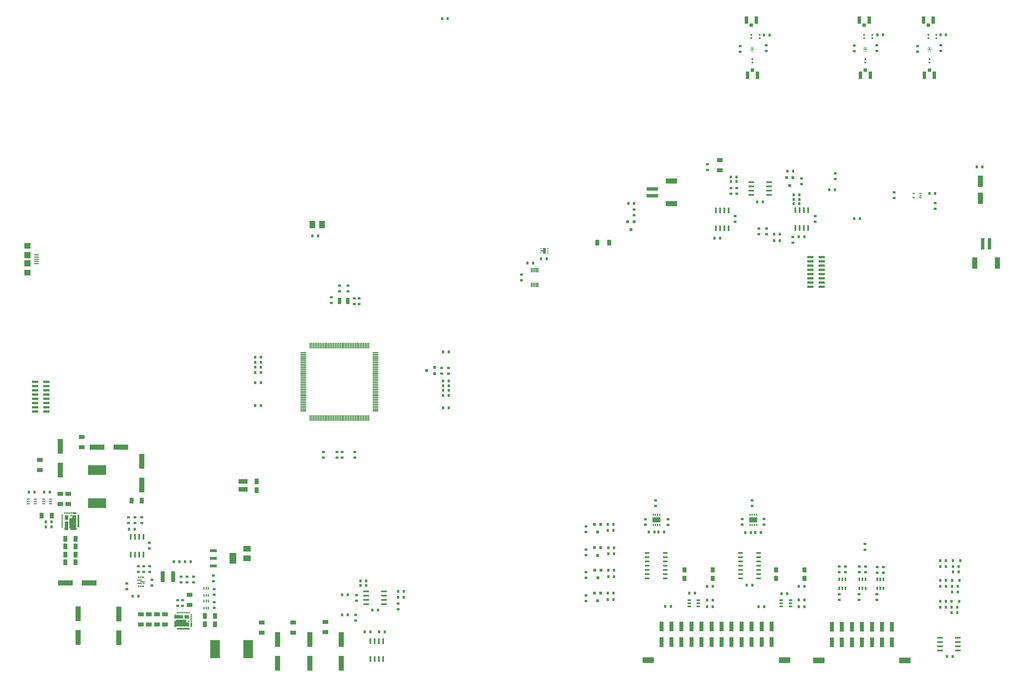
<source format=gtp>
G04*
G04 #@! TF.GenerationSoftware,Altium Limited,Altium Designer,22.8.2 (66)*
G04*
G04 Layer_Color=8421504*
%FSLAX23Y23*%
%MOIN*%
G70*
G04*
G04 #@! TF.SameCoordinates,DFBDAC77-D3CC-4506-9E17-829F2540CA52*
G04*
G04*
G04 #@! TF.FilePolarity,Positive*
G04*
G01*
G75*
%ADD21R,0.135X0.065*%
%ADD22R,0.050X0.115*%
%ADD23R,0.028X0.035*%
%ADD24R,0.041X0.087*%
%ADD25R,0.039X0.041*%
%ADD26R,0.024X0.020*%
%ADD27R,0.035X0.028*%
%ADD28R,0.019X0.006*%
%ADD29R,0.014X0.012*%
%ADD30R,0.006X0.013*%
%ADD31R,0.006X0.020*%
%ADD32R,0.059X0.138*%
%ADD33R,0.035X0.037*%
%ADD34R,0.065X0.024*%
%ADD35R,0.069X0.049*%
%ADD36R,0.024X0.065*%
%ADD37R,0.012X0.057*%
%ADD38R,0.094X0.063*%
%ADD39R,0.012X0.027*%
%ADD40R,0.041X0.024*%
%ADD41R,0.057X0.024*%
%ADD42R,0.024X0.041*%
%ADD43R,0.025X0.033*%
%ADD44R,0.037X0.035*%
%ADD45R,0.043X0.075*%
%ADD46R,0.089X0.071*%
%ADD47R,0.083X0.126*%
%ADD48R,0.083X0.035*%
%ADD49R,0.012X0.024*%
%ADD50R,0.024X0.012*%
%ADD51R,0.055X0.012*%
%ADD52R,0.047X0.130*%
%ADD53R,0.014X0.035*%
%ADD54R,0.049X0.069*%
%ADD55R,0.114X0.213*%
%ADD56R,0.059X0.177*%
%ADD57R,0.024X0.006*%
%ADD58R,0.104X0.044*%
%ADD59R,0.022X0.071*%
%ADD60R,0.120X0.080*%
%ADD61R,0.033X0.045*%
%ADD62R,0.150X0.024*%
%ADD63R,0.024X0.051*%
%ADD64R,0.056X0.044*%
%ADD65R,0.023X0.014*%
%ADD66R,0.071X0.089*%
%ADD67R,0.035X0.014*%
%ADD68R,0.177X0.059*%
%ADD69R,0.213X0.114*%
%ADD70R,0.006X0.024*%
%ADD71R,0.044X0.104*%
%ADD72R,0.071X0.022*%
%ADD73R,0.080X0.120*%
%ADD74R,0.045X0.033*%
%ADD75R,0.024X0.150*%
%ADD76R,0.051X0.024*%
%ADD77R,0.044X0.056*%
%ADD78R,0.014X0.023*%
%ADD79R,0.049X0.067*%
%ADD80R,0.053X0.016*%
%ADD81R,0.075X0.071*%
%ADD82R,0.075X0.075*%
%ADD83R,0.051X0.059*%
%ADD84R,0.028X0.016*%
%ADD85R,0.012X0.065*%
%ADD86R,0.065X0.012*%
%ADD87R,0.110X0.055*%
%ADD88R,0.049X0.071*%
%ADD89R,0.075X0.030*%
%ADD90R,0.059X0.134*%
%ADD91R,0.039X0.138*%
%ADD92R,0.134X0.059*%
%ADD93R,0.138X0.039*%
%ADD94R,0.035X0.066*%
%ADD95R,0.018X0.015*%
%ADD96R,0.035X0.015*%
D21*
X7374Y194D02*
D03*
X8980D02*
D03*
X10397Y191D02*
D03*
X9382D02*
D03*
D22*
X7528Y591D02*
D03*
X7646D02*
D03*
X7764D02*
D03*
X7882D02*
D03*
X8000D02*
D03*
X8118D02*
D03*
X8236D02*
D03*
X8354D02*
D03*
X8472D02*
D03*
X8591D02*
D03*
X8709D02*
D03*
X8827D02*
D03*
X7528Y409D02*
D03*
X7646D02*
D03*
X8236D02*
D03*
X8472D02*
D03*
X8591D02*
D03*
X8709D02*
D03*
X8827D02*
D03*
X8354D02*
D03*
X8118D02*
D03*
X8000D02*
D03*
X7882D02*
D03*
X7764D02*
D03*
X9535Y589D02*
D03*
X9654D02*
D03*
X9772D02*
D03*
X9890D02*
D03*
X10008D02*
D03*
X10126D02*
D03*
X10244D02*
D03*
X9535Y407D02*
D03*
X9654D02*
D03*
X9890D02*
D03*
X10008D02*
D03*
X10126D02*
D03*
X10244D02*
D03*
X9772D02*
D03*
D23*
X3482Y5195D02*
D03*
X3416D02*
D03*
X9867Y5400D02*
D03*
X9801D02*
D03*
X8347Y5890D02*
D03*
X8413D02*
D03*
X8413Y5835D02*
D03*
X8347D02*
D03*
X8723Y5595D02*
D03*
X8657D02*
D03*
X8923Y5140D02*
D03*
X8857D02*
D03*
X9153Y5680D02*
D03*
X9087D02*
D03*
X9087Y5576D02*
D03*
X9153D02*
D03*
X9153Y5627D02*
D03*
X9087D02*
D03*
X9147Y5185D02*
D03*
X9213D02*
D03*
X8218Y5170D02*
D03*
X8152D02*
D03*
X6015Y4875D02*
D03*
X5949D02*
D03*
X6111Y4925D02*
D03*
X6177D02*
D03*
X7492Y1705D02*
D03*
X7558D02*
D03*
X7445D02*
D03*
X7378D02*
D03*
X8067Y825D02*
D03*
X8133D02*
D03*
X8067Y902D02*
D03*
X8133D02*
D03*
X7857Y985D02*
D03*
X7923D02*
D03*
X8066Y1065D02*
D03*
X8132D02*
D03*
X8942Y980D02*
D03*
X9008D02*
D03*
X9147Y825D02*
D03*
X9213D02*
D03*
X9147Y905D02*
D03*
X9213D02*
D03*
X9147Y1065D02*
D03*
X9213D02*
D03*
X8598Y1080D02*
D03*
X8532D02*
D03*
X8583Y1700D02*
D03*
X8517D02*
D03*
X8632D02*
D03*
X8698D02*
D03*
X6897Y910D02*
D03*
X6963D02*
D03*
X6902Y1180D02*
D03*
X6968D02*
D03*
X6902Y1450D02*
D03*
X6968D02*
D03*
X6963Y1795D02*
D03*
X6897D02*
D03*
X6897Y1725D02*
D03*
X6963D02*
D03*
X10812Y1370D02*
D03*
X10878D02*
D03*
Y1300D02*
D03*
X10812D02*
D03*
X11028D02*
D03*
X10962D02*
D03*
X10962Y1235D02*
D03*
X11028D02*
D03*
X10812Y1135D02*
D03*
X10878D02*
D03*
Y1065D02*
D03*
X10812D02*
D03*
X11018D02*
D03*
X10952D02*
D03*
X10952Y1000D02*
D03*
X11018D02*
D03*
X10812Y890D02*
D03*
X10878D02*
D03*
X11013Y820D02*
D03*
X10947D02*
D03*
X10947Y755D02*
D03*
X11013D02*
D03*
X10878Y820D02*
D03*
X10812D02*
D03*
X10892Y240D02*
D03*
X10958D02*
D03*
X2742Y3650D02*
D03*
X2808D02*
D03*
X2742Y3705D02*
D03*
X2808D02*
D03*
X2808Y3465D02*
D03*
X2742D02*
D03*
Y3765D02*
D03*
X2808D02*
D03*
X2742Y3585D02*
D03*
X2808D02*
D03*
X2742Y3197D02*
D03*
X2808D02*
D03*
X5023Y3315D02*
D03*
X4957D02*
D03*
X5023Y3830D02*
D03*
X4957D02*
D03*
X5023Y3170D02*
D03*
X4957D02*
D03*
X5023Y3485D02*
D03*
X4957D02*
D03*
X5023Y3430D02*
D03*
X4957D02*
D03*
Y3375D02*
D03*
X5023D02*
D03*
X1367Y948D02*
D03*
X1301D02*
D03*
X4048Y1130D02*
D03*
X3982D02*
D03*
X3982Y1075D02*
D03*
X4048D02*
D03*
X4122Y785D02*
D03*
X4188D02*
D03*
X4427Y1005D02*
D03*
X4493D02*
D03*
X4427Y935D02*
D03*
X4493D02*
D03*
X1323Y1740D02*
D03*
X1257D02*
D03*
X277Y1765D02*
D03*
X343D02*
D03*
X277Y1825D02*
D03*
X343D02*
D03*
X7572Y828D02*
D03*
X7638D02*
D03*
X8672Y825D02*
D03*
X8738D02*
D03*
X6902Y1520D02*
D03*
X6968D02*
D03*
X6897Y985D02*
D03*
X6963D02*
D03*
X6902Y1255D02*
D03*
X6968D02*
D03*
X77Y2175D02*
D03*
X143D02*
D03*
X257D02*
D03*
X323D02*
D03*
X1917Y1355D02*
D03*
X1983D02*
D03*
X1782D02*
D03*
X1848D02*
D03*
X8923Y5215D02*
D03*
X8857D02*
D03*
X9507Y5740D02*
D03*
X9573D02*
D03*
X10753Y5695D02*
D03*
X10687D02*
D03*
X9012Y5960D02*
D03*
X9078D02*
D03*
X11308Y6010D02*
D03*
X11242D02*
D03*
X4032Y530D02*
D03*
X4098D02*
D03*
X4268D02*
D03*
X4202D02*
D03*
X3833Y965D02*
D03*
X3767D02*
D03*
X3833Y730D02*
D03*
X3767D02*
D03*
X5011Y7756D02*
D03*
X4945D02*
D03*
X10881Y7565D02*
D03*
X10815D02*
D03*
X10139D02*
D03*
X10073D02*
D03*
X8803Y7563D02*
D03*
X8736D02*
D03*
X7206Y5579D02*
D03*
X7139D02*
D03*
D24*
X8529Y7740D02*
D03*
X8645D02*
D03*
X8658Y7090D02*
D03*
X8542D02*
D03*
X9859Y7740D02*
D03*
X9975D02*
D03*
X9988Y7090D02*
D03*
X9872D02*
D03*
X10615Y7740D02*
D03*
X10731D02*
D03*
X10743Y7090D02*
D03*
X10627D02*
D03*
D25*
X8587Y7680D02*
D03*
X8600Y7150D02*
D03*
X9917Y7680D02*
D03*
X9930Y7150D02*
D03*
X10673Y7680D02*
D03*
X10685Y7150D02*
D03*
D26*
X8687Y7525D02*
D03*
Y7564D02*
D03*
X8587Y7525D02*
D03*
Y7564D02*
D03*
X8600Y7240D02*
D03*
Y7280D02*
D03*
X9916Y7525D02*
D03*
Y7564D02*
D03*
X10012Y7525D02*
D03*
Y7565D02*
D03*
X9930Y7240D02*
D03*
Y7280D02*
D03*
X10767Y7525D02*
D03*
Y7564D02*
D03*
X10673Y7525D02*
D03*
Y7565D02*
D03*
X10685Y7240D02*
D03*
Y7280D02*
D03*
D27*
X8455Y7367D02*
D03*
Y7433D02*
D03*
X10754Y5517D02*
D03*
Y5583D02*
D03*
X9179Y5873D02*
D03*
Y5807D02*
D03*
X8345Y5758D02*
D03*
Y5692D02*
D03*
X8415Y5692D02*
D03*
Y5758D02*
D03*
X9340Y5362D02*
D03*
Y5428D02*
D03*
X9075Y5117D02*
D03*
Y5183D02*
D03*
X8765Y5283D02*
D03*
Y5217D02*
D03*
X8675Y5217D02*
D03*
Y5283D02*
D03*
X8395Y5362D02*
D03*
Y5428D02*
D03*
X7340Y1857D02*
D03*
Y1791D02*
D03*
X7605Y1789D02*
D03*
Y1855D02*
D03*
X8480Y1858D02*
D03*
Y1792D02*
D03*
X8735D02*
D03*
Y1858D02*
D03*
X8597Y2079D02*
D03*
Y2012D02*
D03*
X6640Y1432D02*
D03*
Y1498D02*
D03*
Y1707D02*
D03*
Y1773D02*
D03*
X9622Y1232D02*
D03*
Y1298D02*
D03*
X9697Y1232D02*
D03*
Y1298D02*
D03*
X9623Y973D02*
D03*
Y907D02*
D03*
X9932Y1232D02*
D03*
Y1298D02*
D03*
X9858Y1232D02*
D03*
Y1298D02*
D03*
X9857Y972D02*
D03*
Y905D02*
D03*
X10143Y1227D02*
D03*
Y1293D02*
D03*
X10068Y1227D02*
D03*
Y1293D02*
D03*
X10067Y973D02*
D03*
Y907D02*
D03*
X3915Y2582D02*
D03*
Y2648D02*
D03*
X3705Y2582D02*
D03*
Y2648D02*
D03*
X3545Y2582D02*
D03*
Y2648D02*
D03*
X3640Y4473D02*
D03*
Y4407D02*
D03*
X5020Y3638D02*
D03*
Y3572D02*
D03*
X4940Y3572D02*
D03*
Y3638D02*
D03*
X3765Y2582D02*
D03*
Y2648D02*
D03*
X3910Y4458D02*
D03*
Y4392D02*
D03*
X3965Y4458D02*
D03*
Y4392D02*
D03*
X2250Y1193D02*
D03*
Y1127D02*
D03*
X1500Y1303D02*
D03*
Y1237D02*
D03*
X1430D02*
D03*
Y1303D02*
D03*
X1525Y1077D02*
D03*
Y1143D02*
D03*
X1365Y1237D02*
D03*
Y1303D02*
D03*
X2015Y1178D02*
D03*
Y1112D02*
D03*
X1940Y1178D02*
D03*
Y1112D02*
D03*
X1870Y1178D02*
D03*
Y1112D02*
D03*
X3925Y728D02*
D03*
Y662D02*
D03*
X3935Y963D02*
D03*
Y897D02*
D03*
X4425Y797D02*
D03*
Y863D02*
D03*
X2260Y967D02*
D03*
Y1033D02*
D03*
Y812D02*
D03*
Y878D02*
D03*
X1830Y903D02*
D03*
Y837D02*
D03*
X1885Y903D02*
D03*
Y837D02*
D03*
X1495Y1512D02*
D03*
Y1578D02*
D03*
X1250Y1878D02*
D03*
Y1812D02*
D03*
X1405Y1878D02*
D03*
Y1812D02*
D03*
X1325Y1812D02*
D03*
Y1878D02*
D03*
X7206Y5506D02*
D03*
Y5439D02*
D03*
X7458Y2012D02*
D03*
Y2078D02*
D03*
X9925Y1497D02*
D03*
Y1564D02*
D03*
X6640Y958D02*
D03*
Y892D02*
D03*
Y1233D02*
D03*
Y1167D02*
D03*
X1230Y1032D02*
D03*
Y1098D02*
D03*
X8070Y5972D02*
D03*
Y6038D02*
D03*
X9575Y5867D02*
D03*
Y5933D02*
D03*
X10270Y5708D02*
D03*
Y5642D02*
D03*
X3836Y4542D02*
D03*
Y4609D02*
D03*
X3736Y4542D02*
D03*
Y4609D02*
D03*
X10545Y7433D02*
D03*
Y7367D02*
D03*
X10820Y7442D02*
D03*
Y7375D02*
D03*
X9800Y7438D02*
D03*
Y7372D02*
D03*
X10065Y7442D02*
D03*
Y7375D02*
D03*
X8762Y7442D02*
D03*
Y7375D02*
D03*
X5880Y4672D02*
D03*
Y4738D02*
D03*
D28*
X8584Y7395D02*
D03*
X8617D02*
D03*
X9914D02*
D03*
X9946D02*
D03*
X10669D02*
D03*
X10702D02*
D03*
D29*
X8600D02*
D03*
X9930D02*
D03*
X10685D02*
D03*
D30*
X8614Y7375D02*
D03*
X8600Y7376D02*
D03*
X8586D02*
D03*
Y7414D02*
D03*
X8614D02*
D03*
X9944Y7375D02*
D03*
X9930Y7376D02*
D03*
X9916D02*
D03*
Y7414D02*
D03*
X9944D02*
D03*
X10699Y7375D02*
D03*
X10685Y7376D02*
D03*
X10672D02*
D03*
Y7414D02*
D03*
X10699D02*
D03*
D31*
X8600Y7411D02*
D03*
X9930D02*
D03*
X10685D02*
D03*
D32*
X11285Y5640D02*
D03*
Y5840D02*
D03*
D33*
X9040Y5789D02*
D03*
X9003Y5881D02*
D03*
X9077D02*
D03*
X7168Y5269D02*
D03*
X7130Y5361D02*
D03*
X7205D02*
D03*
X6775Y1429D02*
D03*
X6738Y1521D02*
D03*
X6812D02*
D03*
X6775Y1704D02*
D03*
X6738Y1796D02*
D03*
X6812D02*
D03*
X6775Y894D02*
D03*
X6738Y986D02*
D03*
X6812D02*
D03*
X6780Y1164D02*
D03*
X6743Y1256D02*
D03*
X6817D02*
D03*
D34*
X8585Y5830D02*
D03*
Y5780D02*
D03*
Y5730D02*
D03*
Y5680D02*
D03*
X8795Y5830D02*
D03*
Y5780D02*
D03*
Y5730D02*
D03*
Y5680D02*
D03*
X4260Y855D02*
D03*
Y905D02*
D03*
Y955D02*
D03*
Y1005D02*
D03*
X4050Y855D02*
D03*
Y905D02*
D03*
Y955D02*
D03*
Y1005D02*
D03*
X11020Y310D02*
D03*
Y360D02*
D03*
Y410D02*
D03*
Y460D02*
D03*
X10810Y310D02*
D03*
Y360D02*
D03*
Y410D02*
D03*
Y460D02*
D03*
D35*
X8215Y6090D02*
D03*
Y5970D02*
D03*
X1395Y615D02*
D03*
Y735D02*
D03*
X1490Y615D02*
D03*
Y735D02*
D03*
X1585Y615D02*
D03*
Y735D02*
D03*
X1680Y615D02*
D03*
Y735D02*
D03*
X445Y2035D02*
D03*
Y2155D02*
D03*
X540Y2155D02*
D03*
Y2035D02*
D03*
X700Y2705D02*
D03*
Y2825D02*
D03*
X205Y2435D02*
D03*
Y2555D02*
D03*
X1970Y845D02*
D03*
Y965D02*
D03*
X2820Y520D02*
D03*
Y640D02*
D03*
X3570Y525D02*
D03*
Y645D02*
D03*
X3190Y520D02*
D03*
Y640D02*
D03*
D36*
X9105Y5290D02*
D03*
X9155D02*
D03*
X9205D02*
D03*
X9255D02*
D03*
X9105Y5500D02*
D03*
X9155D02*
D03*
X9205D02*
D03*
X9255D02*
D03*
X8170Y5285D02*
D03*
X8220D02*
D03*
X8270D02*
D03*
X8320D02*
D03*
X8170Y5495D02*
D03*
X8220D02*
D03*
X8270D02*
D03*
X8320D02*
D03*
X4250Y420D02*
D03*
X4200D02*
D03*
X4150D02*
D03*
X4100D02*
D03*
X4250Y210D02*
D03*
X4200D02*
D03*
X4150D02*
D03*
X4100D02*
D03*
X1275Y1440D02*
D03*
X1325D02*
D03*
X1375D02*
D03*
X1425D02*
D03*
X1275Y1650D02*
D03*
X1325D02*
D03*
X1375D02*
D03*
X1425D02*
D03*
D37*
X6074Y4792D02*
D03*
X6055D02*
D03*
X6035D02*
D03*
X6015D02*
D03*
X5996D02*
D03*
X6074Y4618D02*
D03*
X6055D02*
D03*
X6035D02*
D03*
X6015D02*
D03*
X5996D02*
D03*
D38*
X7470Y1850D02*
D03*
X8610D02*
D03*
D39*
X7432Y1790D02*
D03*
X7457D02*
D03*
X7483D02*
D03*
X7508D02*
D03*
X7432Y1910D02*
D03*
X7457D02*
D03*
X7483D02*
D03*
X7508D02*
D03*
X8572Y1790D02*
D03*
X8597D02*
D03*
X8623D02*
D03*
X8648D02*
D03*
X8572Y1910D02*
D03*
X8597D02*
D03*
X8623D02*
D03*
X8648D02*
D03*
D40*
X7964Y828D02*
D03*
Y865D02*
D03*
Y902D02*
D03*
X7856D02*
D03*
Y865D02*
D03*
Y828D02*
D03*
X9049D02*
D03*
Y865D02*
D03*
Y902D02*
D03*
X8941D02*
D03*
Y865D02*
D03*
Y828D02*
D03*
D41*
X8458Y1460D02*
D03*
Y1410D02*
D03*
Y1360D02*
D03*
Y1310D02*
D03*
Y1260D02*
D03*
Y1210D02*
D03*
Y1160D02*
D03*
X8672Y1460D02*
D03*
Y1410D02*
D03*
Y1360D02*
D03*
Y1310D02*
D03*
Y1260D02*
D03*
Y1210D02*
D03*
Y1160D02*
D03*
X7572D02*
D03*
Y1210D02*
D03*
Y1260D02*
D03*
Y1310D02*
D03*
Y1360D02*
D03*
Y1410D02*
D03*
Y1460D02*
D03*
X7358Y1160D02*
D03*
Y1210D02*
D03*
Y1260D02*
D03*
Y1310D02*
D03*
Y1360D02*
D03*
Y1410D02*
D03*
Y1460D02*
D03*
D42*
X9697Y1149D02*
D03*
X9660D02*
D03*
X9623D02*
D03*
Y1041D02*
D03*
X9660D02*
D03*
X9697D02*
D03*
X9932Y1149D02*
D03*
X9895D02*
D03*
X9858D02*
D03*
Y1041D02*
D03*
X9895D02*
D03*
X9932D02*
D03*
X10142Y1149D02*
D03*
X10105D02*
D03*
X10068D02*
D03*
Y1041D02*
D03*
X10105D02*
D03*
X10142D02*
D03*
D43*
X10962Y1370D02*
D03*
X11050D02*
D03*
X10953Y1136D02*
D03*
X11041D02*
D03*
X10947Y890D02*
D03*
X11035D02*
D03*
D44*
X4856Y3573D02*
D03*
Y3647D02*
D03*
X4764Y3610D02*
D03*
D45*
X3834Y4430D02*
D03*
X3736D02*
D03*
D46*
X2645Y1396D02*
D03*
Y1510D02*
D03*
D47*
X2481Y1395D02*
D03*
D48*
X2249Y1304D02*
D03*
Y1395D02*
D03*
Y1486D02*
D03*
D49*
X1368Y1173D02*
D03*
X1388D02*
D03*
X1408D02*
D03*
X1427D02*
D03*
Y1067D02*
D03*
X1408D02*
D03*
X1388D02*
D03*
X1368D02*
D03*
X1964Y754D02*
D03*
X1944D02*
D03*
X1925D02*
D03*
X1905D02*
D03*
X1885D02*
D03*
X1865D02*
D03*
X1846D02*
D03*
X1826D02*
D03*
X575Y1929D02*
D03*
X555D02*
D03*
X535D02*
D03*
X516D02*
D03*
X496D02*
D03*
D50*
X1431Y1100D02*
D03*
X1989Y650D02*
D03*
Y670D02*
D03*
Y690D02*
D03*
Y709D02*
D03*
Y729D02*
D03*
X471Y1904D02*
D03*
Y1884D02*
D03*
Y1865D02*
D03*
Y1845D02*
D03*
Y1825D02*
D03*
Y1805D02*
D03*
Y1786D02*
D03*
Y1766D02*
D03*
D51*
X1415Y1120D02*
D03*
X1380Y1100D02*
D03*
Y1139D02*
D03*
D52*
X1776Y1180D02*
D03*
X1654D02*
D03*
D53*
X2191Y1042D02*
D03*
X2165D02*
D03*
X2139D02*
D03*
X2191Y958D02*
D03*
X2165D02*
D03*
X2139D02*
D03*
X2191Y892D02*
D03*
X2165D02*
D03*
X2139D02*
D03*
X2191Y808D02*
D03*
X2165D02*
D03*
X2139D02*
D03*
D54*
X2150Y620D02*
D03*
X2270D02*
D03*
X2270Y715D02*
D03*
X2150D02*
D03*
X225Y1900D02*
D03*
X345D02*
D03*
X625Y1350D02*
D03*
X505D02*
D03*
X625Y1440D02*
D03*
X505D02*
D03*
X625Y1535D02*
D03*
X505D02*
D03*
X625Y1625D02*
D03*
X505D02*
D03*
X1405Y2075D02*
D03*
X1285D02*
D03*
D55*
X2270Y325D02*
D03*
X2660D02*
D03*
D56*
X3755Y440D02*
D03*
Y160D02*
D03*
X3385Y440D02*
D03*
Y160D02*
D03*
X3005Y440D02*
D03*
Y160D02*
D03*
X445Y2435D02*
D03*
Y2715D02*
D03*
X1405Y2260D02*
D03*
Y2540D02*
D03*
X655Y461D02*
D03*
Y741D02*
D03*
X1135Y460D02*
D03*
Y740D02*
D03*
D57*
X1801Y732D02*
D03*
Y588D02*
D03*
D58*
X1840Y707D02*
D03*
D59*
X1800Y627D02*
D03*
D60*
X1870Y631D02*
D03*
D61*
X1947Y614D02*
D03*
D62*
X1895Y566D02*
D03*
D63*
X1989Y611D02*
D03*
D64*
X1936Y707D02*
D03*
D65*
X1960Y651D02*
D03*
D66*
X3416Y5330D02*
D03*
X3530D02*
D03*
D67*
X248Y2091D02*
D03*
Y2065D02*
D03*
Y2039D02*
D03*
X332Y2091D02*
D03*
Y2065D02*
D03*
Y2039D02*
D03*
X68Y2091D02*
D03*
Y2065D02*
D03*
Y2039D02*
D03*
X152Y2091D02*
D03*
Y2065D02*
D03*
Y2039D02*
D03*
D68*
X880Y2705D02*
D03*
X1160D02*
D03*
X505Y1105D02*
D03*
X785D02*
D03*
D69*
X880Y2045D02*
D03*
Y2435D02*
D03*
D70*
X493Y1741D02*
D03*
X637D02*
D03*
D71*
X518Y1780D02*
D03*
D72*
X598Y1740D02*
D03*
D73*
X594Y1810D02*
D03*
D74*
X611Y1887D02*
D03*
D75*
X659Y1835D02*
D03*
D76*
X614Y1929D02*
D03*
D77*
X518Y1876D02*
D03*
D78*
X574Y1900D02*
D03*
D79*
X6914Y5114D02*
D03*
X6774D02*
D03*
D80*
X166Y4895D02*
D03*
Y4920D02*
D03*
Y4946D02*
D03*
Y4869D02*
D03*
Y4971D02*
D03*
D81*
X61Y4763D02*
D03*
Y5078D02*
D03*
D82*
Y4873D02*
D03*
Y4968D02*
D03*
D83*
X8132Y1160D02*
D03*
Y1260D02*
D03*
X7798D02*
D03*
Y1160D02*
D03*
X9212D02*
D03*
Y1260D02*
D03*
X8878D02*
D03*
Y1160D02*
D03*
D84*
X10579Y5644D02*
D03*
Y5670D02*
D03*
Y5696D02*
D03*
X10501D02*
D03*
Y5644D02*
D03*
D85*
X4079Y3901D02*
D03*
X4060D02*
D03*
X4040D02*
D03*
X4020D02*
D03*
X4001D02*
D03*
X3981D02*
D03*
X3961D02*
D03*
X3942D02*
D03*
X3922D02*
D03*
X3902D02*
D03*
X3883D02*
D03*
X3863D02*
D03*
X3843D02*
D03*
X3824D02*
D03*
X3804D02*
D03*
X3784D02*
D03*
X3765D02*
D03*
X3745D02*
D03*
X3725D02*
D03*
X3705D02*
D03*
X3686D02*
D03*
X3666D02*
D03*
X3646D02*
D03*
X3627D02*
D03*
X3607D02*
D03*
X3587D02*
D03*
X3568D02*
D03*
X3548D02*
D03*
X3528D02*
D03*
X3509D02*
D03*
X3489D02*
D03*
X3469D02*
D03*
X3450D02*
D03*
X3430D02*
D03*
X3410D02*
D03*
X3391D02*
D03*
Y3049D02*
D03*
X3410D02*
D03*
X3430D02*
D03*
X3450D02*
D03*
X3469D02*
D03*
X3489D02*
D03*
X3509D02*
D03*
X3528D02*
D03*
X3548D02*
D03*
X3568D02*
D03*
X3587D02*
D03*
X3607D02*
D03*
X3627D02*
D03*
X3646D02*
D03*
X3666D02*
D03*
X3686D02*
D03*
X3705D02*
D03*
X3725D02*
D03*
X3745D02*
D03*
X3765D02*
D03*
X3784D02*
D03*
X3804D02*
D03*
X3824D02*
D03*
X3843D02*
D03*
X3863D02*
D03*
X3883D02*
D03*
X3902D02*
D03*
X3922D02*
D03*
X3942D02*
D03*
X3961D02*
D03*
X3981D02*
D03*
X4001D02*
D03*
X4020D02*
D03*
X4040D02*
D03*
X4060D02*
D03*
X4079D02*
D03*
D86*
X3309Y3819D02*
D03*
Y3800D02*
D03*
Y3780D02*
D03*
Y3760D02*
D03*
Y3741D02*
D03*
Y3721D02*
D03*
Y3701D02*
D03*
Y3682D02*
D03*
Y3662D02*
D03*
Y3642D02*
D03*
Y3623D02*
D03*
Y3603D02*
D03*
Y3583D02*
D03*
Y3564D02*
D03*
Y3544D02*
D03*
Y3524D02*
D03*
Y3505D02*
D03*
Y3485D02*
D03*
Y3465D02*
D03*
Y3445D02*
D03*
Y3426D02*
D03*
Y3406D02*
D03*
Y3386D02*
D03*
Y3367D02*
D03*
Y3347D02*
D03*
Y3327D02*
D03*
Y3308D02*
D03*
Y3288D02*
D03*
Y3268D02*
D03*
Y3249D02*
D03*
Y3229D02*
D03*
Y3209D02*
D03*
Y3190D02*
D03*
Y3170D02*
D03*
Y3150D02*
D03*
Y3131D02*
D03*
X4161D02*
D03*
Y3150D02*
D03*
Y3170D02*
D03*
Y3190D02*
D03*
Y3209D02*
D03*
Y3229D02*
D03*
Y3249D02*
D03*
Y3268D02*
D03*
Y3288D02*
D03*
Y3308D02*
D03*
Y3327D02*
D03*
Y3347D02*
D03*
Y3367D02*
D03*
Y3386D02*
D03*
Y3406D02*
D03*
Y3426D02*
D03*
Y3445D02*
D03*
Y3465D02*
D03*
Y3485D02*
D03*
Y3505D02*
D03*
Y3524D02*
D03*
Y3544D02*
D03*
Y3564D02*
D03*
Y3583D02*
D03*
Y3603D02*
D03*
Y3623D02*
D03*
Y3642D02*
D03*
Y3662D02*
D03*
Y3682D02*
D03*
Y3701D02*
D03*
Y3721D02*
D03*
Y3741D02*
D03*
Y3760D02*
D03*
Y3780D02*
D03*
Y3800D02*
D03*
Y3819D02*
D03*
D87*
X2600Y2302D02*
D03*
Y2208D02*
D03*
D88*
X2760Y2200D02*
D03*
Y2302D02*
D03*
D89*
X148Y3275D02*
D03*
X282D02*
D03*
Y3125D02*
D03*
X148D02*
D03*
X282Y3175D02*
D03*
Y3225D02*
D03*
X148Y3175D02*
D03*
Y3225D02*
D03*
X282Y3325D02*
D03*
Y3375D02*
D03*
X148Y3325D02*
D03*
Y3375D02*
D03*
X282Y3425D02*
D03*
Y3475D02*
D03*
X148Y3425D02*
D03*
Y3475D02*
D03*
X9283Y4745D02*
D03*
X9417D02*
D03*
Y4595D02*
D03*
X9283D02*
D03*
X9417Y4645D02*
D03*
Y4695D02*
D03*
X9283Y4645D02*
D03*
Y4695D02*
D03*
X9417Y4795D02*
D03*
Y4845D02*
D03*
X9283Y4795D02*
D03*
Y4845D02*
D03*
X9417Y4895D02*
D03*
Y4945D02*
D03*
X9283Y4895D02*
D03*
Y4945D02*
D03*
D90*
X11221Y4875D02*
D03*
X11485D02*
D03*
D91*
X11314Y5101D02*
D03*
X11392D02*
D03*
D92*
X7646Y5577D02*
D03*
Y5841D02*
D03*
D93*
X7420Y5670D02*
D03*
Y5749D02*
D03*
D94*
X6150Y5020D02*
D03*
D95*
X6189Y5046D02*
D03*
Y5020D02*
D03*
Y4994D02*
D03*
X6111D02*
D03*
Y5046D02*
D03*
D96*
X6120Y5020D02*
D03*
M02*

</source>
